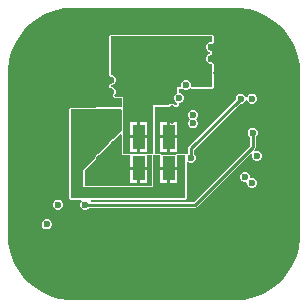
<source format=gbl>
%FSTAX44Y44*%
%MOMM*%
%SFA1B1*%

%IPPOS*%
%ADD11C,0.253999*%
%ADD19C,0.799998*%
%ADD29C,2.299995*%
%ADD46C,3.499993*%
%ADD47C,0.499999*%
%ADD48C,0.299999*%
%ADD50C,0.599999*%
%ADD51R,0.999998X1.999996*%
%LNpcb1-1*%
%LPD*%
G36*
X00492919Y00543744D02*
X00491337D01*
X00489786Y00543101*
X00488599Y00541914*
X00487956Y00540363*
Y00538685*
X00488599Y00537134*
X00489786Y00535946*
X00491337Y00535305*
Y00534128*
X00489786Y00533486*
X00488599Y00532298*
X00487956Y00530747*
Y00529069*
X00488599Y00527518*
X00489786Y00526331*
X00491337Y00525688*
X00492919*
Y00505796*
X0047544*
X00474785Y00506776*
Y00508454*
X00474143Y00510005*
X00472956Y00511192*
X00471405Y00511835*
X00469726*
X00468175Y00511192*
X00466988Y00510005*
X00466345Y00508454*
Y00506776*
X00465691Y00505796*
X00463359*
Y00500722*
X00462367Y00500311*
X0046118Y00499124*
X00460537Y00497573*
Y00495894*
X0046118Y00494343*
X00462367Y00493156*
X00463359Y00492745*
Y00490318*
X0046178*
X00460846Y00491253*
X00459479Y00491819*
X00457999*
X00456632Y00491253*
X00455698Y00490318*
X00443191*
Y0044958*
X0041783*
Y00497536*
X00410746*
X0041022Y00498805*
X00410779Y00499365*
X00411422Y00500916*
Y00502595*
X00410779Y00504146*
X00409592Y00505333*
X00408041Y00505975*
X00407202*
Y00507486*
X00407858*
X00409408Y00508129*
X00410596Y00509316*
X00411238Y00510867*
Y00512546*
X00410596Y00514097*
X00409408Y00515284*
X00407858Y00515926*
X00407202*
Y00544797*
Y00549024*
X00492919*
Y00543744*
G37*
G36*
X005461Y00347098D02*
X00544926Y00346612D01*
X0054483Y0034671*
X0033909*
Y00550258*
X00340009Y00551134*
X00357959Y00550248*
X0035889Y0055118*
X00405897*
X00406268Y00549958*
X00405881Y00549024*
Y00544797*
Y00515926*
X00406268Y00514993*
X00407202Y00514606*
X00407595*
X0040866Y00514164*
X00409476Y00513349*
X00409918Y00512283*
Y0051113*
X00409476Y00510064*
X0040866Y00509248*
X00407595Y00508807*
X00407202*
X00406268Y0050842*
X00405881Y00507486*
Y00505975*
X00406268Y00505042*
X00407202Y00504655*
X00407779*
X00408844Y00504214*
X0040966Y00503398*
X00410102Y00502332*
Y00501179*
X0040966Y00500113*
X00409286Y00499739*
X00409186Y00499497*
X00409Y00499311*
Y00499048*
X00408899Y00498805*
X00409Y00498563*
Y004983*
X00409526Y0049703*
X00409712Y00496844*
X00409812Y00496602*
X00410055Y00496501*
X00410241Y00496316*
X00410503*
X00410746Y00496215*
X00416509*
Y00489641*
X00415614Y00488648*
X00415603Y00488639*
X00373374Y0048847*
X0037291Y00488276*
X00372445Y00488084*
X00372444Y00488081*
X00372442Y0048808*
X00372251Y00487614*
X00372059Y0048715*
Y00411699*
X00372445Y00410765*
X0037338Y00410378*
X00381816*
X00382342Y00409108*
X00382023Y00408789*
X00381381Y00407238*
Y0040556*
X00382023Y00404009*
X0038321Y00402821*
X00384761Y00402179*
X0038644*
X00387991Y00402821*
X00389029Y0040386*
X0047879*
X00479761Y00404053*
X00480584Y00404604*
X00525932Y00449951*
X00527008Y00449232*
X00526689Y00448461*
Y00446782*
X00527331Y00445231*
X00528519Y00444044*
X0053007Y00443402*
X00531749*
X00533299Y00444044*
X00534486Y00445231*
X00535129Y00446782*
Y00448461*
X00534486Y00450012*
X00533299Y00451199*
X00531749Y00451842*
X0053007*
X00529299Y00451522*
X00528579Y00452599*
X00529014Y00453033*
X00529564Y00453857*
X00529757Y00454828*
Y00454829*
Y0046385*
X00530796Y00464889*
X00531439Y0046644*
Y00468118*
X00530796Y00469669*
X00529609Y00470857*
X00528058Y00471499*
X00526379*
X00524828Y00470857*
X00523641Y00469669*
X00522998Y00468118*
Y0046644*
X00523641Y00464889*
X0052468Y0046385*
Y0045588*
X00477737Y00408938*
X00390163*
X00390049Y00409108*
X00390727Y00410378*
X004699*
X00470833Y00410765*
X0047122Y00411699*
Y00442013*
X0047249Y00442518*
X00473842Y00441958*
X00475521*
X00477072Y004426*
X00478259Y00443787*
X00478902Y00445339*
Y00447017*
X00478259Y00448568*
X00477433Y00449394*
Y00452873*
X00516394Y00491833*
X00517863*
X00519414Y00492476*
X00520601Y00493663*
X00521164Y00495023*
X00521427Y00495065*
X00522172*
X00522434Y00495023*
X00522998Y00493663*
X00524185Y00492476*
X00525736Y00491833*
X00527415*
X00528965Y00492476*
X00530153Y00493663*
X00530795Y00495214*
Y00496893*
X00530153Y00498444*
X00528965Y00499631*
X00527415Y00500273*
X00525736*
X00524185Y00499631*
X00522998Y00498444*
X00522434Y00497084*
X00522172Y00497042*
X00521427*
X00521164Y00497084*
X00520601Y00498444*
X00519414Y00499631*
X00517863Y00500273*
X00516184*
X00514633Y00499631*
X00513446Y00498444*
X00512804Y00496893*
Y00495424*
X00473099Y00455719*
X00472549Y00454896*
X00472356Y00453924*
Y00449782*
X00472291Y00449756*
X0047206Y00449524*
X00470833Y00449167*
X004699Y00449554*
X004635*
X00462566Y00449167*
X0046218Y00448233*
Y0044813*
X00449741*
Y00448233*
X00449354Y00449167*
X0044842Y00449554*
X00444529*
X00444512Y0044958*
Y00488998*
X00455698*
X00456631Y00489385*
X0045738Y00490133*
X00458262Y00490498*
X00459216*
X00460098Y00490133*
X00460847Y00489385*
X0046178Y00488998*
X00463359*
X00464293Y00489385*
X00464679Y00490318*
Y00492513*
X00465597*
X00467148Y00493156*
X00468335Y00494343*
X00468977Y00495894*
Y00497573*
X00468335Y00499124*
X00467148Y00500311*
X00465597Y00500954*
X00464679*
Y00504227*
X00465938Y00504503*
X00465949Y00504501*
X00466269Y00504715*
X00466625Y00504863*
X00467759Y00504422*
X00467849Y00504363*
X00468175Y00504037*
X00469726Y00503395*
X00471405*
X00472956Y00504037*
X00473282Y00504363*
X00473372Y00504422*
X00474506Y00504863*
X00474862Y00504715*
X00475182Y00504501*
X00475315Y00504528*
X0047544Y00504476*
X00492919*
X00493853Y00504863*
X00494239Y00505796*
Y00525688*
X00493853Y00526622*
X00492919Y00527009*
X00491599*
X00490534Y0052745*
X00489718Y00528266*
X00489276Y00529331*
Y00530485*
X00489718Y00531551*
X00490534Y00532366*
X00491842Y00532908*
X00492028Y00533094*
X0049227Y00533194*
X00492371Y00533437*
X00492556Y00533623*
Y00533885*
X00492657Y00534128*
Y00535305*
X00492556Y00535547*
Y00535809*
X00492371Y00535995*
X0049227Y00536238*
X00492028Y00536338*
X00491842Y00536524*
X00490534Y00537066*
X00489718Y00537882*
X00489276Y00538947*
Y00540101*
X00489718Y00541166*
X00490534Y00541982*
X00491599Y00542424*
X00492919*
X00493853Y0054281*
X00494239Y00543744*
Y00549024*
X00493853Y00549958*
X00494224Y0055118*
X005461*
Y00347098*
G37*
G36*
X00416509Y00465476D02*
Y0044958D01*
X00416895Y00448645*
X0041783Y00448259*
X0042302*
Y0043818*
X004381*
Y00448259*
X00441854*
X00441871Y00448233*
Y00422169*
X00384859*
Y00435486*
X00394553Y0044518*
X00394654Y00445422*
X00394839Y00445608*
X00395007Y00446013*
X00395025Y00446031*
X00395491Y00447156*
X00396166Y0044783*
X0039729Y00448296*
X00397308Y00448314*
X00397713Y00448482*
X00397899Y00448668*
X00398142Y00448768*
X00406367Y00456994*
X00406553Y0045718*
X00406654Y00457422*
X00406839Y00457608*
X0040694Y00457851*
X00407007Y00458013*
X00407025Y00458031*
X00407491Y00459156*
X00408166Y00459831*
X0040929Y00460296*
X00409308Y00460314*
X00409713Y00460482*
X00409899Y00460668*
X00410142Y00460768*
X00415335Y00465963*
X00416509Y00465476*
G37*
G36*
X00416505Y00486426D02*
X00416509Y00486422D01*
Y00469003*
X00409208Y00461702*
X00408803Y00461534*
X00408785Y00461516*
X00407661Y0046105*
X0040766*
X00407418Y0046095*
X00406371Y00459904*
X00405805Y00458536*
X00405787Y00458518*
X0040572Y00458356*
X00405619Y00458113*
X00405433Y00457928*
X00397208Y00449702*
X00396803Y00449534*
X00396785Y00449516*
X00395661Y00449051*
X00395418Y0044895*
X00394371Y00447904*
X00393805Y00446536*
X00393787Y00446518*
X00393619Y00446113*
X0038354Y00436033*
Y00420849*
X00443191*
Y00448233*
X00448157*
X00448343Y00448156*
X0044842Y0044797*
Y0043818*
X004635*
Y0044797*
X00463577Y00448156*
X00463763Y00448233*
X00469636*
X004699Y00448124*
Y00442013*
Y00411962*
X00469822Y00411776*
X00469636Y00411699*
X00373642*
X00373456Y00411776*
X0037338Y00411962*
Y00486887*
X00373456Y00487073*
X00373642Y00487151*
X00415238Y00487317*
X00416505Y00486426*
G37*
%LNpcb1-2*%
%LPC*%
G36*
X004381Y0047612D02*
X0043183D01*
Y0046485*
X004381*
Y0047612*
G37*
G36*
X0042929D02*
X0042302D01*
Y0046485*
X0042929*
Y0047612*
G37*
G36*
X004381Y0046231D02*
X0043183D01*
Y0045104*
X004381*
Y0046231*
G37*
G36*
X0042929D02*
X0042302D01*
Y0045104*
X0042929*
Y0046231*
G37*
G36*
X00477734Y00486585D02*
X00476055D01*
X00474504Y00485942*
X00473317Y00484755*
X00472675Y00483204*
Y00481525*
X00473317Y00479975*
X00473698Y00479593*
X00474466Y00478747*
X00473698Y00477934*
X004733Y00477535*
X00472658Y00475984*
Y00474305*
X004733Y00472755*
X00474487Y00471567*
X00476039Y00470925*
X00477717*
X00479268Y00471567*
X00480455Y00472755*
X00481098Y00474305*
Y00475984*
X00480455Y00477535*
X00480074Y00477917*
X00479307Y00478763*
X00480074Y00479576*
X00480472Y00479975*
X00481114Y00481525*
Y00483204*
X00480472Y00484755*
X00479285Y00485942*
X00477734Y00486585*
G37*
G36*
X004635Y0047612D02*
X0045723D01*
Y0046485*
X004635*
Y0047612*
G37*
G36*
X0045469D02*
X0044842D01*
Y0046485*
X0045469*
Y0047612*
G37*
G36*
X004635Y0046231D02*
X0045723D01*
Y0045104*
X004635*
Y0046231*
G37*
G36*
X0045469D02*
X0044842D01*
Y0045104*
X0045469*
Y0046231*
G37*
G36*
X00521505Y00433719D02*
X00519826D01*
X00518275Y00433077*
X00517088Y00431889*
X00516445Y00430338*
Y0042866*
X00517088Y00427109*
X00518275Y00425922*
X00519826Y00425279*
X00521505*
X00522307Y00424237*
Y00423769*
X00522949Y00422218*
X00524136Y00421031*
X00525687Y00420388*
X00527366*
X00528917Y00421031*
X00530104Y00422218*
X00530746Y00423769*
Y00425447*
X00530104Y00426999*
X00528917Y00428186*
X00527366Y00428828*
X00525687*
X00524885Y00429871*
Y00430338*
X00524243Y00431889*
X00523056Y00433077*
X00521505Y00433719*
G37*
G36*
X003631Y00410619D02*
X00361421D01*
X0035987Y00409976*
X00358683Y00408789*
X0035804Y00407238*
Y0040556*
X00358683Y00404009*
X0035987Y00402821*
X00361421Y00402179*
X003631*
X00364651Y00402821*
X00365838Y00404009*
X0036648Y0040556*
Y00407238*
X00365838Y00408789*
X00364651Y00409976*
X003631Y00410619*
G37*
G36*
X00353675Y00393759D02*
X00351996D01*
X00350445Y00393117*
X00349258Y00391929*
X00348615Y00390378*
Y003887*
X00349258Y00387149*
X00350445Y00385961*
X00351996Y00385319*
X00353675*
X00355226Y00385961*
X00356413Y00387149*
X00357055Y003887*
Y00390378*
X00356413Y00391929*
X00355226Y00393117*
X00353675Y00393759*
G37*
G36*
X004381Y0043564D02*
X0043183D01*
Y0042437*
X004381*
Y0043564*
G37*
G36*
X0042929D02*
X0042302D01*
Y0042437*
X0042929*
Y0043564*
G37*
G36*
X004635D02*
X0045723D01*
Y0042437*
X004635*
Y0043564*
G37*
G36*
X0045469D02*
X0044842D01*
Y0042437*
X0045469*
Y0043564*
G37*
%LNpcb1-3*%
%LPD*%
G54D11*
X00474895Y00446391D02*
Y00453924D01*
X00517024Y00496053*
X0047879Y004064D02*
X00527219Y00454828D01*
Y00467279*
X003856Y004064D02*
X0047879D01*
X00352835Y00389539D02*
X00353147Y0038985D01*
X00474682Y00446178D02*
X00474895Y00446391D01*
G54D19*
X00555504Y00501159D03*
Y00484159D03*
X00330985Y00501159D03*
Y00484159D03*
X0039168Y00561854D03*
X0040868D03*
X00494809D03*
X00477809D03*
X00494809Y00337335D03*
X00477809D03*
X00555504Y0039803D03*
Y0041503D03*
Y0043203D03*
Y0044903D03*
Y0046603D03*
X00330985Y0039803D03*
Y0041503D03*
Y0043203D03*
Y0044903D03*
Y0046603D03*
X0051181Y00337335D03*
X0040868D03*
X0039168D03*
X0037468D03*
X00555504Y0038103D03*
X00552178Y00364309D03*
X0052853Y00340661D03*
X00542706Y00350133D03*
X00330985Y0038103D03*
X00357959Y00340661D03*
X00334311Y00364309D03*
X00343783Y00350133D03*
X0037468Y00561854D03*
X00330985Y0051816D03*
X00334311Y0053488D03*
X00357959Y00558528D03*
X00343783Y00549056D03*
X00542706D03*
X00552178Y0053488D03*
X0052853Y00558528D03*
X0051181Y00561854D03*
X00555504Y0051816D03*
G54D29*
X0037468Y00561854D02*
D01*
X00371632Y00561748*
X00368599Y00561429*
X00365596Y005609*
X00362636Y00560162*
X00359736Y00559219*
X00356908Y00558077*
X00354167Y0055674*
X00351526Y00555215*
X00348997Y00553509*
X00346594Y00551632*
X00344327Y00549591*
X00342209Y00547397*
X00340248Y00545061*
X00338456Y00542593*
X00336839Y00540007*
X00335408Y00537314*
X00334167Y00534528*
X00333124Y00531662*
X00332283Y0052873*
X00331649Y00525747*
X00331225Y00522727*
X00331012Y00519684*
X00330985Y0051816*
X00555504D02*
D01*
X00555398Y00521208*
X00555079Y00524241*
X0055455Y00527244*
X00553812Y00530203*
X00552869Y00533104*
X00551727Y00535932*
X0055039Y00538673*
X00548865Y00541314*
X00547159Y00543843*
X00545282Y00546246*
X00543241Y00548513*
X00541047Y00550631*
X00538711Y00552591*
X00536243Y00554384*
X00533657Y00556*
X00530964Y00557432*
X00528178Y00558673*
X00525312Y00559716*
X0052238Y00560556*
X00519397Y00561191*
X00516377Y00561615*
X00513334Y00561828*
X0051181Y00561854*
Y00337335D02*
D01*
X00514858Y00337442*
X00517891Y00337761*
X00520894Y0033829*
X00523853Y00339028*
X00526754Y00339971*
X00529582Y00341113*
X00532323Y0034245*
X00534964Y00343975*
X00537493Y0034568*
X00539896Y00347558*
X00542163Y00349599*
X00544281Y00351793*
X00546241Y00354129*
X00548034Y00356596*
X0054965Y00359183*
X00551082Y00361876*
X00552323Y00364662*
X00553366Y00367528*
X00554206Y0037046*
X00554841Y00373443*
X00555265Y00376463*
X00555478Y00379505*
X00555504Y0038103*
X00330985D02*
D01*
X00331092Y00377982*
X00331411Y00374949*
X0033194Y00371946*
X00332678Y00368986*
X00333621Y00366086*
X00334763Y00363258*
X003361Y00360517*
X00337625Y00357876*
X0033933Y00355347*
X00341208Y00352944*
X00343249Y00350677*
X00345443Y00348559*
X00347779Y00346598*
X00350246Y00344806*
X00352833Y00343189*
X00355526Y00341758*
X00358312Y00340517*
X00361178Y00339474*
X0036411Y00338633*
X00367093Y00337999*
X00370113Y00337575*
X00373155Y00337362*
X0037468Y00337335*
X00555504Y00501159D02*
Y0051816D01*
Y00484159D02*
Y00501159D01*
Y0046603D02*
Y00484159D01*
Y0044903D02*
Y0046603D01*
Y0043203D02*
Y0044903D01*
Y0041503D02*
Y0043203D01*
Y0039803D02*
Y0041503D01*
Y0038103D02*
Y0039803D01*
X00330985Y00501159D02*
Y0051816D01*
Y00484159D02*
Y00501159D01*
Y0046603D02*
Y00484159D01*
Y0044903D02*
Y0046603D01*
Y0043203D02*
Y0044903D01*
Y0041503D02*
Y0043203D01*
Y0039803D02*
Y0041503D01*
Y0038103D02*
Y0039803D01*
X0037468Y00561854D02*
X0039168D01*
X00494809D02*
X0051181D01*
X00477809D02*
X00494809D01*
X0040868D02*
X00477809D01*
X0039168D02*
X0040868D01*
X0037468Y00337335D02*
X0051181D01*
G54D46*
X0037468Y0051816D03*
Y0038103D03*
X0051181D03*
Y0051816D03*
G54D47*
X00475703Y00511947D03*
X00472525Y00469796D03*
X00497169Y00454999D03*
X00508169D03*
X00497169Y00443999D03*
X00508169D03*
X00538525Y00529796D03*
Y00517796D03*
X00541525Y00511796D03*
X00538525Y00505796D03*
X00541525Y00499796D03*
X00538525Y00493796D03*
X00541525Y00487796D03*
Y00415796D03*
Y00403796D03*
X00538525Y00397797D03*
X00541525Y00391796D03*
X00538525Y00385797D03*
X00541525Y00379797D03*
X00538525Y00373796D03*
X00535525Y00535796D03*
X00532525Y00529796D03*
X00535525Y00523796D03*
Y00511796D03*
X00532525Y00505796D03*
X00535525Y00499796D03*
X00532525Y00397797D03*
X00535525Y00391796D03*
Y00379797D03*
Y00367797D03*
X00532525Y00361796D03*
X00526525Y00541796D03*
X00529525Y00535796D03*
X00526525Y00361796D03*
X00520525Y00541796D03*
X00523525Y00355797D03*
X00514525Y00541796D03*
X00517525Y00355797D03*
X00511525Y00547796D03*
X00508525Y00541796D03*
X00511525Y00355797D03*
X00505525Y00547796D03*
X00502525Y00541796D03*
X00505525Y00355797D03*
X00499525Y00547796D03*
X00496525Y00397797D03*
Y00361796D03*
X00499525Y00355797D03*
X00475525Y00463796D03*
X00466525Y00469796D03*
X00469525Y00463796D03*
X00424525Y00385797D03*
X00421525Y00391796D03*
X00418525Y00385797D03*
X00421525Y00379797D03*
X00415525Y00391796D03*
X00412525Y00385797D03*
X00415525Y00379797D03*
X00412525Y00373796D03*
Y00361796D03*
X00409525Y00391796D03*
X00406525Y00385797D03*
X00409525Y00379797D03*
X00406525Y00373796D03*
X00409525Y00367797D03*
Y00355797D03*
X00400525Y00505796D03*
Y00493796D03*
X00397525Y00511796D03*
X00394525Y00505796D03*
X00397525Y00499796D03*
X00394525Y00493796D03*
X00388525Y00541796D03*
X00391525Y00499796D03*
X00388525Y00493796D03*
Y00361796D03*
X00391525Y00355797D03*
X00385525Y00547796D03*
X00382525Y00541796D03*
Y00493796D03*
X00385525Y00355797D03*
X00379525Y00547796D03*
X00376525Y00541796D03*
Y00493796D03*
X00379525Y00355797D03*
X00373525Y00547796D03*
X00370525Y00541796D03*
Y00493796D03*
X00373525Y00355797D03*
X00364525Y00541796D03*
Y00493796D03*
X00367525Y00487796D03*
Y00451796D03*
X00364525Y00445796D03*
X00367525Y00355797D03*
X00358525Y00541796D03*
Y00493796D03*
X00361525Y00487796D03*
Y00451796D03*
X00358525Y00445796D03*
Y00361796D03*
X00361525Y00355797D03*
X00355525Y00535796D03*
X00352525Y00529796D03*
Y00505796D03*
X00355525Y00499796D03*
X00352525Y00493796D03*
X00355525Y00487796D03*
Y00451796D03*
X00352525Y00445796D03*
Y00373796D03*
X00355525Y00367797D03*
X00352525Y00361796D03*
X00349525Y00523796D03*
X00346525Y00517796D03*
X00349525Y00511796D03*
X00346525Y00505796D03*
X00349525Y00499796D03*
X00346525Y00493796D03*
X00349525Y00487796D03*
Y00451796D03*
X00346525Y00445796D03*
Y00385797D03*
X00349525Y00379797D03*
X00346525Y00373796D03*
X00349525Y00367797D03*
X00484525Y00517796D03*
X00487525Y00511796D03*
X00478525Y00517796D03*
X00481525Y00511796D03*
X00472525Y00517796D03*
X00466525Y00541796D03*
Y00517796D03*
X00460525D03*
X00454525D03*
Y00505796D03*
X00448525Y00541796D03*
Y00517796D03*
X00442525Y00541796D03*
Y00517796D03*
X00436525Y00505796D03*
Y00493796D03*
X00433525Y00499796D03*
X00412525Y00541796D03*
Y00529796D03*
X00457525Y00421796D03*
X00451525D03*
X00412525Y00475796D03*
Y00415796D03*
X00409525Y00481796D03*
X00406525Y00475796D03*
X00409525Y00469796D03*
X00403525Y00481796D03*
X00400525Y00475796D03*
X00403525Y00469796D03*
X00400525Y00463796D03*
X00397525Y00481796D03*
X00394525Y00475796D03*
X00397525Y00469796D03*
X00394525Y00463796D03*
X00397525Y00457796D03*
X00391525Y00481796D03*
X00388525Y00475796D03*
X00391525Y00469796D03*
X00388525Y00463796D03*
X00391525Y00457796D03*
X00388525Y00451796D03*
Y00415796D03*
X00385525Y00481796D03*
X00382525Y00475796D03*
X00385525Y00469796D03*
X00382525Y00463796D03*
X00385525Y00457796D03*
X00382525Y00451796D03*
X00385525Y00445796D03*
X00382525Y00415796D03*
X00379525Y00481796D03*
X00376525Y00475796D03*
X00379525Y00469796D03*
X00376525Y00463796D03*
X00379525Y00457796D03*
X00376525Y00451796D03*
X00379525Y00445796D03*
X00376525Y00439796D03*
Y00415796D03*
X00418525Y00439796D03*
Y00427796D03*
X00412525Y00451796D03*
X00415525Y00445796D03*
X00412525Y00439796D03*
X00415525Y00433796D03*
X00412525Y00427796D03*
X00409525Y00457796D03*
X00406525Y00451796D03*
X00409525Y00445796D03*
X00406525Y00439796D03*
X00409525Y00433796D03*
X00406525Y00427796D03*
X00403525Y00445796D03*
X00400525Y00439796D03*
X00403525Y00433796D03*
X00400525Y00427796D03*
X00397525Y00445796D03*
X00394525Y00439796D03*
X00397525Y00433796D03*
X00394525Y00427796D03*
X00391525Y00433796D03*
X00388525Y00427796D03*
X00458739Y00488099D03*
Y00477099D03*
G54D48*
X00530994Y00447719D02*
X00531483Y00448208D01*
X00530512Y00447622D02*
X00530909D01*
G54D50*
X00470565Y00507615D03*
X00464757Y00496734D03*
X00483564Y00500414D03*
X00476894Y00482365D03*
X00476878Y00475145D03*
X00530909Y00447622D03*
X00520665Y00429499D03*
X00526526Y00424608D03*
X00507472Y00496353D03*
X00497921D03*
X00488369D03*
X00527219Y00467279D03*
X003856Y004064D03*
X0036226D03*
X00477449Y00427833D03*
X00526575Y00496053D03*
X00517024D03*
X00352835Y00389539D03*
X00407202Y00501756D03*
X00407018Y00511706D03*
X00492176Y00529908D03*
X00474682Y00446178D03*
X00492176Y00539524D03*
G54D51*
X0043056Y0043691D03*
X0045596D03*
Y0046358D03*
X0043056D03*
M02*
</source>
